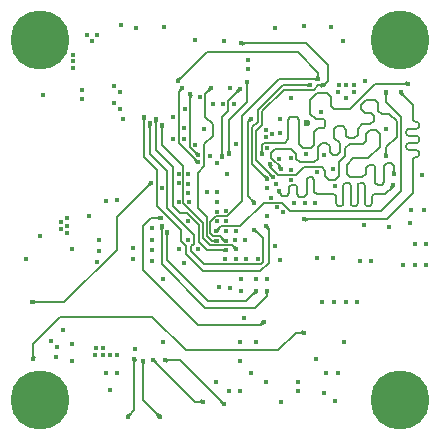
<source format=gbr>
%TF.GenerationSoftware,KiCad,Pcbnew,8.0.7*%
%TF.CreationDate,2025-02-13T13:50:40+08:00*%
%TF.ProjectId,NewSkyH7-Air,4e657753-6b79-4483-972d-4169722e6b69,rev?*%
%TF.SameCoordinates,Original*%
%TF.FileFunction,Copper,L3,Inr*%
%TF.FilePolarity,Positive*%
%FSLAX46Y46*%
G04 Gerber Fmt 4.6, Leading zero omitted, Abs format (unit mm)*
G04 Created by KiCad (PCBNEW 8.0.7) date 2025-02-13 13:50:40*
%MOMM*%
%LPD*%
G01*
G04 APERTURE LIST*
%TA.AperFunction,ComponentPad*%
%ADD10C,5.000000*%
%TD*%
%TA.AperFunction,ViaPad*%
%ADD11C,0.400000*%
%TD*%
%TA.AperFunction,ViaPad*%
%ADD12C,0.600000*%
%TD*%
%TA.AperFunction,Conductor*%
%ADD13C,0.142500*%
%TD*%
G04 APERTURE END LIST*
D10*
%TO.N,*%
%TO.C,J1*%
X128455000Y-66305000D03*
X128455000Y-96805000D03*
X158955000Y-66305000D03*
X158955000Y-96805000D03*
%TD*%
D11*
%TO.N,GND*%
X149675000Y-71215000D03*
X135005000Y-79910000D03*
X160760000Y-77750000D03*
X137935000Y-82265000D03*
X145920000Y-84840000D03*
X154155000Y-91902000D03*
X161005000Y-80710000D03*
X143410000Y-80890000D03*
X154350000Y-88520000D03*
X128703500Y-70970000D03*
X148767500Y-73035000D03*
X145070000Y-75120000D03*
X149945000Y-80120000D03*
X131995000Y-70560000D03*
X136472500Y-92455000D03*
X138880000Y-91865000D03*
D12*
X151090000Y-73380000D03*
D11*
X133455000Y-83265000D03*
X143390000Y-95270000D03*
X152700000Y-94560000D03*
X143590000Y-87280000D03*
X135010000Y-94560000D03*
X147628000Y-95260000D03*
X135270000Y-65080000D03*
X158030000Y-82140000D03*
X155540000Y-85000000D03*
X157752500Y-73830000D03*
X144150000Y-84890000D03*
X140660000Y-85235000D03*
X128457500Y-82932500D03*
X144870000Y-71720000D03*
X131155000Y-93510000D03*
X141605000Y-75230000D03*
X132603500Y-81210000D03*
X145035000Y-82475000D03*
X155925000Y-82025000D03*
X143420000Y-81690000D03*
X144500000Y-70370000D03*
X131995000Y-71330000D03*
X145730000Y-89840000D03*
X131155000Y-92050000D03*
X138880000Y-86545000D03*
X135445000Y-73020000D03*
X145400000Y-93470000D03*
X133260000Y-85110000D03*
X152370000Y-88510000D03*
X159225000Y-85405000D03*
%TO.N,Net-(C4-Pad1)*%
X142620000Y-79230000D03*
%TO.N,Net-(C5-Pad1)*%
X143460000Y-79230000D03*
%TO.N,+3V3*%
X144190000Y-80830000D03*
X155040000Y-70125000D03*
X144260000Y-77645000D03*
X153770000Y-70125000D03*
X154375000Y-70125000D03*
X141845000Y-84040000D03*
X149675000Y-76330000D03*
X146880000Y-84880000D03*
X155310000Y-88520000D03*
X144220000Y-82470000D03*
X150820000Y-91100000D03*
X145495000Y-87560000D03*
X156500000Y-85000000D03*
X153330000Y-88510000D03*
X159820000Y-81805000D03*
X155970000Y-69780000D03*
X137935000Y-85070000D03*
X140240000Y-84000000D03*
X144520000Y-87320000D03*
X127900000Y-93360000D03*
X161150000Y-85405000D03*
X153725000Y-70755000D03*
X161137500Y-83620000D03*
X155030000Y-70755000D03*
X139685000Y-74690000D03*
X144210000Y-81660000D03*
X154365000Y-71210000D03*
%TO.N,Net-(U1C-VDDA)*%
X145050000Y-84880000D03*
%TO.N,VCC*%
X132430000Y-65930000D03*
X135205000Y-70710000D03*
X133270000Y-65940000D03*
X132840000Y-66430000D03*
X129860000Y-92330000D03*
X129370000Y-91800000D03*
X134730000Y-70190000D03*
X134075000Y-79940000D03*
X146100000Y-68010000D03*
X135200000Y-72180000D03*
X146060000Y-68770000D03*
X129825000Y-93195000D03*
X134720000Y-71660000D03*
X131155000Y-83995000D03*
X130360000Y-90845000D03*
%TO.N,+5V*%
X130725000Y-81435000D03*
X130725000Y-82680000D03*
X131280000Y-68145000D03*
X150320000Y-96010000D03*
X134365000Y-95955000D03*
X130725000Y-82057500D03*
X148767500Y-74170000D03*
X130215000Y-82370000D03*
X134010000Y-94560000D03*
X153700000Y-94560000D03*
X130215000Y-81755000D03*
X131280000Y-68730000D03*
X131280000Y-67560000D03*
X150310000Y-95260000D03*
X148085000Y-74315000D03*
X147600000Y-73965000D03*
X147600000Y-74580000D03*
X152280000Y-72460000D03*
%TO.N,+12V*%
X133160000Y-92395000D03*
X145420000Y-96010000D03*
X133770000Y-93015000D03*
X146355000Y-94560000D03*
X133140000Y-93015000D03*
X134975000Y-93015000D03*
X133790000Y-92395000D03*
X144470000Y-96010000D03*
X127250000Y-84865000D03*
X134345000Y-93015000D03*
%TO.N,/Plug/OSD-IN*%
X151790000Y-93300000D03*
X152460000Y-96190000D03*
%TO.N,Net-(D4-K)*%
X160180000Y-85405000D03*
%TO.N,Net-(D9-K)*%
X160167500Y-83620000D03*
%TO.N,/IMU.icm42688_EXIT*%
X150975000Y-75965000D03*
X148025000Y-79675000D03*
%TO.N,/IMU.icm42688_MISO*%
X152502885Y-76057115D03*
X148680000Y-76400000D03*
%TO.N,/IMU.icm42688_MOSI*%
X147635000Y-75500000D03*
X153275000Y-77220000D03*
%TO.N,/IMU.icm42688_CLK*%
X148425000Y-78515000D03*
X151870000Y-77480000D03*
%TO.N,/IMU.icm42688_CS*%
X147695000Y-78885000D03*
X153390000Y-78670000D03*
%TO.N,/BMI088.EXIT_GYRO*%
X136345000Y-83905000D03*
X141010000Y-83280000D03*
%TO.N,/BMI088.CS_ACCEL*%
X138790000Y-78870000D03*
X136325000Y-84905000D03*
%TO.N,/QSPI.BK1_IO0*%
X147232150Y-76015000D03*
X159640000Y-70020000D03*
%TO.N,SWDIO*%
X140190000Y-77660000D03*
%TO.N,/QSPI.BK1_IO2*%
X147968540Y-76800690D03*
X158410000Y-77710000D03*
%TO.N,/QSPI.BK1_IO1*%
X157760000Y-76190000D03*
X148820000Y-77260000D03*
%TO.N,/QSPI.BK1_CLK*%
X150815000Y-81520000D03*
X158980000Y-70725000D03*
%TO.N,ADC_CUL*%
X144175000Y-83330000D03*
X140150000Y-69770000D03*
X152020000Y-69650000D03*
%TO.N,SWCLK*%
X140180000Y-78400000D03*
%TO.N,/PWM_Control2*%
X138950000Y-65250000D03*
%TO.N,/PWM_Control3*%
X141550000Y-66360000D03*
%TO.N,/PWM_Control4*%
X144000000Y-66380000D03*
%TO.N,/PWM_Control1*%
X136620000Y-65280000D03*
%TO.N,/Plug/OSD-OUT*%
X153430000Y-96920000D03*
X148890000Y-96940000D03*
%TO.N,/USART.TX6*%
X144430000Y-75980000D03*
X145990000Y-69870000D03*
%TO.N,/USART.RX6*%
X143870000Y-76230000D03*
X145410000Y-70460000D03*
%TO.N,/USART.TX3*%
X147665000Y-78070000D03*
X151340000Y-70120000D03*
%TO.N,/USART.RX3*%
X152440000Y-70170000D03*
X145490000Y-66620000D03*
X148212835Y-77962165D03*
%TO.N,/PWM_Control5*%
X148370000Y-65270000D03*
%TO.N,/PWM_Control6*%
X150770000Y-65180000D03*
%TO.N,/PWM_Control7*%
X153120000Y-65190000D03*
%TO.N,/PWM_Control8*%
X154100000Y-66430000D03*
%TO.N,/USART.TX1*%
X140510000Y-70380000D03*
X141799615Y-76660385D03*
%TO.N,/USART.RX1*%
X141830000Y-76060000D03*
X141190000Y-70890000D03*
%TO.N,/USART.TX2*%
X140210000Y-80060000D03*
X144025000Y-97155000D03*
X139020000Y-93460000D03*
%TO.N,/USART.RX2*%
X141090000Y-80080000D03*
X142280000Y-96940000D03*
X138030000Y-93390000D03*
%TO.N,/USART.TX4*%
X140980000Y-79240000D03*
X138590000Y-98220000D03*
X137170000Y-93500000D03*
%TO.N,/USART.RX4*%
X136450000Y-93300000D03*
X141010000Y-78490000D03*
X135890000Y-98220000D03*
%TO.N,/BOOT0*%
X137850000Y-78430000D03*
X127775000Y-88535000D03*
X141019524Y-81637150D03*
%TO.N,Net-(U1B-PDR_ON)*%
X143460000Y-80050000D03*
%TO.N,VCC_Voltage*%
X143430000Y-83320000D03*
X142950000Y-70410000D03*
%TO.N,/QSPI.BK1_NCS*%
X158350000Y-78620000D03*
X148675000Y-79100000D03*
%TO.N,/PA0*%
X138255000Y-73005000D03*
X144240000Y-84085000D03*
%TO.N,/PB0*%
X137745000Y-73385000D03*
X146560000Y-82385000D03*
%TO.N,/PA1*%
X138765000Y-73535000D03*
X145050000Y-84035000D03*
%TO.N,/PA2*%
X148800000Y-84925000D03*
%TO.N,/Device/ICM42688-VDD*%
X150905000Y-80120000D03*
X149675000Y-78185000D03*
X149675000Y-77300000D03*
X151775000Y-80120000D03*
%TO.N,/Magnetometer.SDA*%
X142020000Y-71140000D03*
X143460000Y-76760000D03*
%TO.N,/PB1*%
X137245000Y-72865000D03*
X147570000Y-82080000D03*
%TO.N,/Magnetometer.SCL*%
X140700000Y-72190000D03*
X142870000Y-76110000D03*
%TO.N,/PE11*%
X146330000Y-73010000D03*
X146610000Y-80085000D03*
%TO.N,/OSD.OSD_CS*%
X144975000Y-83220000D03*
X153260000Y-84820000D03*
%TO.N,/Device/IST8310-VDD*%
X143910000Y-71720000D03*
X143060000Y-71710000D03*
X139680000Y-72860000D03*
X140655000Y-74690000D03*
X140680000Y-73750000D03*
%TO.N,/PE14*%
X149005000Y-80885000D03*
%TO.N,/Magnetometer.INT*%
X142370000Y-73870000D03*
X141000000Y-77640000D03*
%TO.N,/PE9*%
X147705000Y-81270000D03*
%TO.N,/OSD.OSD_CLK*%
X151927500Y-84812500D03*
X145795000Y-83235000D03*
%TO.N,/PE13*%
X148525000Y-80460000D03*
%TO.N,/Device/BMI008-VDD*%
X133457500Y-84227500D03*
X137935000Y-84100000D03*
X137935000Y-83225000D03*
%TO.N,/Device/DPS310-VDD*%
X146735000Y-86585000D03*
X147675000Y-86575000D03*
X145495000Y-86590000D03*
X145405000Y-91925000D03*
X146735000Y-91925000D03*
%TO.N,/QSPI.BK1_IO3*%
X143382150Y-82502850D03*
X157745000Y-70745000D03*
%TO.N,/Barometer.SDA*%
X139205000Y-82605000D03*
X146735000Y-87605000D03*
%TO.N,/Barometer.SCL*%
X138770000Y-82115000D03*
X147675000Y-87595000D03*
%TO.N,/Barometer.INT*%
X147395000Y-90210000D03*
X138700000Y-81410000D03*
%TO.N,/PA3*%
X148325000Y-83730000D03*
%TO.N,Net-(LED1-DI)*%
X159860000Y-80710000D03*
%TD*%
D13*
%TO.N,+3V3*%
X148610000Y-92610000D02*
X150120000Y-91100000D01*
X137930000Y-89760000D02*
X140780000Y-92610000D01*
X127900000Y-93360000D02*
X127900000Y-92030000D01*
X127900000Y-92030000D02*
X130170000Y-89760000D01*
X130170000Y-89760000D02*
X137930000Y-89760000D01*
X150120000Y-91100000D02*
X150820000Y-91100000D01*
X140780000Y-92610000D02*
X148610000Y-92610000D01*
%TO.N,/QSPI.BK1_IO0*%
X149450000Y-74740000D02*
X149450000Y-73070000D01*
X149640000Y-72880000D02*
X150210000Y-72880000D01*
X154690000Y-72130000D02*
X156800000Y-70020000D01*
X156800000Y-70020000D02*
X159640000Y-70020000D01*
X150390000Y-75140000D02*
X150730000Y-75480000D01*
X152730000Y-70800000D02*
X153120000Y-71190000D01*
X147232150Y-76015000D02*
X147232150Y-75197850D01*
X150210000Y-72880000D02*
X150390000Y-73060000D01*
X151350000Y-72600000D02*
X151350000Y-71370000D01*
X153120000Y-71190000D02*
X153120000Y-71890000D01*
X150390000Y-73060000D02*
X150390000Y-75140000D01*
X149450000Y-73070000D02*
X149640000Y-72880000D01*
X151950000Y-73770000D02*
X152460000Y-73770000D01*
X149170000Y-75020000D02*
X149450000Y-74740000D01*
X151920000Y-70800000D02*
X152730000Y-70800000D01*
X151610000Y-74110000D02*
X151950000Y-73770000D01*
X152460000Y-73770000D02*
X152610000Y-73620000D01*
X152610000Y-73620000D02*
X152610000Y-73180000D01*
X147410000Y-75020000D02*
X149170000Y-75020000D01*
X147232150Y-75197850D02*
X147410000Y-75020000D01*
X153120000Y-71890000D02*
X153360000Y-72130000D01*
X153360000Y-72130000D02*
X154690000Y-72130000D01*
X151350000Y-71370000D02*
X151920000Y-70800000D01*
X151780000Y-73030000D02*
X151350000Y-72600000D01*
X151610000Y-75240000D02*
X151610000Y-74110000D01*
X151370000Y-75480000D02*
X151610000Y-75240000D01*
X150730000Y-75480000D02*
X151370000Y-75480000D01*
X152460000Y-73030000D02*
X151780000Y-73030000D01*
X152610000Y-73180000D02*
X152460000Y-73030000D01*
%TO.N,/QSPI.BK1_IO2*%
X148640000Y-77760000D02*
X150120000Y-77760000D01*
X154410000Y-76900000D02*
X154410000Y-77640000D01*
X154660000Y-75130000D02*
X155820000Y-75130000D01*
X150120000Y-77760000D02*
X150780000Y-77100000D01*
X157390000Y-78610000D02*
X157610000Y-78390000D01*
X152600000Y-77400000D02*
X152600000Y-77850000D01*
X152300000Y-77100000D02*
X152600000Y-77400000D01*
X154280000Y-76170000D02*
X154280000Y-75510000D01*
X156040000Y-74910000D02*
X156040000Y-74290000D01*
X156910000Y-73950000D02*
X157220000Y-74260000D01*
X153780000Y-77800000D02*
X153780000Y-76670000D01*
X156030000Y-77160000D02*
X156280000Y-76910000D01*
X157030000Y-78610000D02*
X157390000Y-78610000D01*
X157220000Y-75370000D02*
X156240000Y-76350000D01*
X153780000Y-76670000D02*
X154280000Y-76170000D01*
X158410000Y-76980000D02*
X158410000Y-77710000D01*
X156690000Y-76910000D02*
X156830000Y-77050000D01*
X154410000Y-77640000D02*
X154700000Y-77930000D01*
X157610000Y-77000000D02*
X157840000Y-76770000D01*
X156040000Y-74290000D02*
X156380000Y-73950000D01*
X157610000Y-78390000D02*
X157610000Y-77000000D01*
X155750000Y-77930000D02*
X156030000Y-77650000D01*
X150780000Y-77100000D02*
X152300000Y-77100000D01*
X156830000Y-77050000D02*
X156830000Y-78410000D01*
X152920000Y-78170000D02*
X153410000Y-78170000D01*
X153410000Y-78170000D02*
X153780000Y-77800000D01*
X156280000Y-76910000D02*
X156690000Y-76910000D01*
X152600000Y-77850000D02*
X152920000Y-78170000D01*
X147968540Y-77088540D02*
X148640000Y-77760000D01*
X158200000Y-76770000D02*
X158410000Y-76980000D01*
X156030000Y-77650000D02*
X156030000Y-77160000D01*
X154700000Y-77930000D02*
X155750000Y-77930000D01*
X156830000Y-78410000D02*
X157030000Y-78610000D01*
X154280000Y-75510000D02*
X154660000Y-75130000D01*
X147968540Y-76800690D02*
X147968540Y-77088540D01*
X157840000Y-76770000D02*
X158200000Y-76770000D01*
X154960000Y-76350000D02*
X154410000Y-76900000D01*
X157220000Y-74260000D02*
X157220000Y-75370000D01*
X155820000Y-75130000D02*
X156040000Y-74910000D01*
X156240000Y-76350000D02*
X154960000Y-76350000D01*
X156380000Y-73950000D02*
X156910000Y-73950000D01*
%TO.N,/QSPI.BK1_IO1*%
X155060000Y-74660000D02*
X154600000Y-74660000D01*
X149720000Y-75560000D02*
X148390000Y-75560000D01*
X148820000Y-77095000D02*
X148820000Y-77260000D01*
X153370000Y-73880000D02*
X153370000Y-74590000D01*
X158640000Y-74500000D02*
X158640000Y-73210000D01*
X156710000Y-73150000D02*
X156430000Y-73430000D01*
X153570000Y-76040000D02*
X153250000Y-76040000D01*
X151660000Y-76690000D02*
X150440000Y-76690000D01*
X150440000Y-76690000D02*
X150170000Y-76420000D01*
X153600000Y-73650000D02*
X153370000Y-73880000D01*
X148390000Y-75560000D02*
X148030000Y-75920000D01*
X156780000Y-71390000D02*
X156070000Y-71390000D01*
X157380000Y-72590000D02*
X157090000Y-72300000D01*
X155360000Y-74360000D02*
X155060000Y-74660000D01*
X156710000Y-72770000D02*
X156710000Y-73150000D01*
X155750000Y-73430000D02*
X155360000Y-73820000D01*
X153830000Y-75780000D02*
X153570000Y-76040000D01*
X158640000Y-73210000D02*
X158020000Y-72590000D01*
X151970000Y-75400000D02*
X151970000Y-76380000D01*
X152320000Y-75050000D02*
X151970000Y-75400000D01*
X155660000Y-72200000D02*
X155970000Y-72510000D01*
X155360000Y-73820000D02*
X155360000Y-74360000D01*
X154600000Y-74660000D02*
X154360000Y-74420000D01*
X157760000Y-76190000D02*
X157760000Y-75380000D01*
X153830000Y-75050000D02*
X153830000Y-75780000D01*
X153000000Y-75790000D02*
X153000000Y-75340000D01*
X150170000Y-76010000D02*
X149720000Y-75560000D01*
X148030000Y-76305000D02*
X148820000Y-77095000D01*
X156430000Y-73430000D02*
X155750000Y-73430000D01*
X152710000Y-75050000D02*
X152320000Y-75050000D01*
X153370000Y-74590000D02*
X153830000Y-75050000D01*
X156070000Y-71390000D02*
X155660000Y-71800000D01*
X153250000Y-76040000D02*
X153000000Y-75790000D01*
X157090000Y-71700000D02*
X156780000Y-71390000D01*
X155660000Y-71800000D02*
X155660000Y-72200000D01*
X157090000Y-72300000D02*
X157090000Y-71700000D01*
X151970000Y-76380000D02*
X151660000Y-76690000D01*
X148030000Y-75920000D02*
X148030000Y-76305000D01*
X158020000Y-72590000D02*
X157380000Y-72590000D01*
X156450000Y-72510000D02*
X156710000Y-72770000D01*
X154360000Y-73910000D02*
X154100000Y-73650000D01*
X153000000Y-75340000D02*
X152710000Y-75050000D01*
X154360000Y-74420000D02*
X154360000Y-73910000D01*
X157760000Y-75380000D02*
X158640000Y-74500000D01*
X150170000Y-76420000D02*
X150170000Y-76010000D01*
X154100000Y-73650000D02*
X153600000Y-73650000D01*
X155970000Y-72510000D02*
X156450000Y-72510000D01*
%TO.N,/QSPI.BK1_CLK*%
X159698159Y-75649757D02*
X160321841Y-75649757D01*
X160561829Y-73489757D02*
X160561829Y-73609757D01*
X160321841Y-76249757D02*
X160250000Y-76249757D01*
X159458159Y-75289757D02*
X159458159Y-75409757D01*
X160010000Y-76489757D02*
X160010000Y-79310000D01*
X159698171Y-73849757D02*
X160321829Y-73849757D01*
X160561841Y-75889757D02*
X160561841Y-76009757D01*
X159698159Y-75049757D02*
X160321829Y-75049757D01*
X159698171Y-74449757D02*
X160321829Y-74449757D01*
X160010000Y-79310000D02*
X157800000Y-81520000D01*
X160010000Y-71870000D02*
X160010000Y-73009757D01*
X158980000Y-70725000D02*
X158980000Y-70840000D01*
X160561829Y-74689757D02*
X160561829Y-74809757D01*
X160250000Y-73249757D02*
X160321829Y-73249757D01*
X157800000Y-81520000D02*
X150815000Y-81520000D01*
X158980000Y-70840000D02*
X160010000Y-71870000D01*
X159458171Y-74089757D02*
X159458171Y-74209757D01*
X160321829Y-73249757D02*
G75*
G02*
X160561843Y-73489757I-29J-240043D01*
G01*
X160321829Y-74449757D02*
G75*
G02*
X160561843Y-74689757I-29J-240043D01*
G01*
X159698159Y-75049757D02*
G75*
G03*
X159458157Y-75289757I41J-240043D01*
G01*
X160321841Y-75649757D02*
G75*
G02*
X160561843Y-75889757I-41J-240043D01*
G01*
X159458171Y-74209757D02*
G75*
G03*
X159698171Y-74449829I240029J-43D01*
G01*
X159698171Y-73849757D02*
G75*
G03*
X159458157Y-74089757I29J-240043D01*
G01*
X159458159Y-75409757D02*
G75*
G03*
X159698159Y-75649841I240041J-43D01*
G01*
X160561829Y-74809757D02*
G75*
G02*
X160321829Y-75049829I-240029J-43D01*
G01*
X160250000Y-76249757D02*
G75*
G03*
X160009957Y-76489757I0J-240043D01*
G01*
X160561841Y-76009757D02*
G75*
G02*
X160321841Y-76249841I-240041J-43D01*
G01*
X160010000Y-73009757D02*
G75*
G03*
X160250000Y-73249800I240000J-43D01*
G01*
X160561829Y-73609757D02*
G75*
G02*
X160321829Y-73849829I-240029J-43D01*
G01*
%TO.N,ADC_CUL*%
X142570000Y-67350000D02*
X150280000Y-67350000D01*
X144289229Y-81250000D02*
X144190000Y-81250000D01*
X150280000Y-67350000D02*
X152020000Y-69090000D01*
X143690000Y-82940000D02*
X144080000Y-83330000D01*
X143130000Y-82940000D02*
X143690000Y-82940000D01*
X144190000Y-81250000D02*
X144182850Y-81257150D01*
X145590000Y-79949229D02*
X144289229Y-81250000D01*
X143333621Y-81257150D02*
X142880000Y-81710771D01*
X142880000Y-82690000D02*
X143130000Y-82940000D01*
X145590000Y-72760000D02*
X145590000Y-79949229D01*
X144080000Y-83330000D02*
X144175000Y-83330000D01*
X152020000Y-69650000D02*
X148700000Y-69650000D01*
X152020000Y-69090000D02*
X152020000Y-69650000D01*
X142880000Y-81710771D02*
X142880000Y-82690000D01*
X140150000Y-69770000D02*
X142570000Y-67350000D01*
X144182850Y-81257150D02*
X143333621Y-81257150D01*
X148700000Y-69650000D02*
X145590000Y-72760000D01*
%TO.N,/USART.TX6*%
X144430000Y-75980000D02*
X144430000Y-73140000D01*
X145990000Y-71580000D02*
X145990000Y-69870000D01*
X144430000Y-73140000D02*
X145990000Y-71580000D01*
%TO.N,/USART.RX6*%
X144370000Y-72320000D02*
X143870000Y-72820000D01*
X145410000Y-70460000D02*
X144370000Y-71500000D01*
X143870000Y-72820000D02*
X143870000Y-76230000D01*
X144370000Y-71500000D02*
X144370000Y-72320000D01*
%TO.N,/USART.TX3*%
X146430000Y-73720000D02*
X146890000Y-73260000D01*
X149040000Y-70120000D02*
X151340000Y-70120000D01*
X146890000Y-73260000D02*
X146890000Y-72270000D01*
X146430000Y-76835000D02*
X146430000Y-73720000D01*
X146890000Y-72270000D02*
X149040000Y-70120000D01*
X147665000Y-78070000D02*
X146430000Y-76835000D01*
%TO.N,/USART.RX3*%
X149130000Y-70520000D02*
X147290000Y-72360000D01*
X152440000Y-70170000D02*
X152810000Y-69800000D01*
X152810000Y-69800000D02*
X152810000Y-68460000D01*
X146770000Y-74010000D02*
X146770000Y-76519330D01*
X152440000Y-70170000D02*
X151970000Y-70170000D01*
X150970000Y-66620000D02*
X152810000Y-68460000D01*
X145490000Y-66620000D02*
X150970000Y-66620000D01*
X146770000Y-76519330D02*
X148212835Y-77962165D01*
X151620000Y-70520000D02*
X149130000Y-70520000D01*
X151970000Y-70170000D02*
X151620000Y-70520000D01*
X147290000Y-72360000D02*
X147290000Y-73490000D01*
X147290000Y-73490000D02*
X146770000Y-74010000D01*
%TO.N,/USART.TX1*%
X140510000Y-70380000D02*
X140180000Y-70710000D01*
X140180000Y-75040770D02*
X141799615Y-76660385D01*
X140180000Y-70710000D02*
X140180000Y-75040770D01*
%TO.N,/USART.RX1*%
X141190000Y-75420000D02*
X141190000Y-70890000D01*
X141830000Y-76060000D02*
X141190000Y-75420000D01*
%TO.N,/USART.TX2*%
X139020000Y-93460000D02*
X140300000Y-93460000D01*
X140300000Y-93460000D02*
X143995000Y-97155000D01*
X143995000Y-97155000D02*
X144025000Y-97155000D01*
%TO.N,/USART.RX2*%
X141550000Y-96940000D02*
X142280000Y-96940000D01*
X138030000Y-93420000D02*
X141550000Y-96940000D01*
X138030000Y-93390000D02*
X138030000Y-93420000D01*
%TO.N,/USART.TX4*%
X137170000Y-93500000D02*
X137170000Y-96800000D01*
X137170000Y-96800000D02*
X138590000Y-98220000D01*
%TO.N,/USART.RX4*%
X135890000Y-98220000D02*
X136450000Y-97660000D01*
X136450000Y-97660000D02*
X136450000Y-93300000D01*
%TO.N,/BOOT0*%
X130495000Y-88535000D02*
X127775000Y-88535000D01*
X137850000Y-78430000D02*
X134950000Y-81330000D01*
X134950000Y-84080000D02*
X130495000Y-88535000D01*
X134950000Y-81330000D02*
X134950000Y-84080000D01*
%TO.N,VCC_Voltage*%
X142430000Y-70930000D02*
X142950000Y-70410000D01*
X142590000Y-82920000D02*
X142590000Y-81350000D01*
X142370000Y-75160000D02*
X143090000Y-74440000D01*
X141800000Y-77600000D02*
X142370000Y-77030000D01*
X142430000Y-72810000D02*
X142430000Y-70930000D01*
X142370000Y-77030000D02*
X142370000Y-75160000D01*
X143430000Y-83320000D02*
X142990000Y-83320000D01*
X142990000Y-83320000D02*
X142590000Y-82920000D01*
X142590000Y-81350000D02*
X141800000Y-80560000D01*
X143090000Y-74440000D02*
X143090000Y-73470000D01*
X143090000Y-73470000D02*
X142430000Y-72810000D01*
X141800000Y-80560000D02*
X141800000Y-77600000D01*
%TO.N,/QSPI.BK1_NCS*%
X151500000Y-77960000D02*
X151190000Y-77960000D01*
X153544213Y-80160000D02*
X153544213Y-79640000D01*
X148950000Y-79500000D02*
X148675000Y-79225000D01*
X155344213Y-78640000D02*
X155344213Y-80160000D01*
X151890000Y-79400000D02*
X153304213Y-79400000D01*
X151020000Y-78130000D02*
X151020000Y-79390000D01*
X156544213Y-79640000D02*
X156544213Y-80160000D01*
X151020000Y-79390000D02*
X150820000Y-79590000D01*
X154744213Y-80160000D02*
X154744213Y-78640000D01*
X153904213Y-80400000D02*
X153784213Y-80400000D01*
X149550000Y-78770000D02*
X149550000Y-79310000D01*
X155944213Y-80160000D02*
X155944213Y-78640000D01*
X154144213Y-78640000D02*
X154144213Y-80160000D01*
X158350000Y-78620000D02*
X158350000Y-78750000D01*
X154504213Y-78400000D02*
X154384213Y-78400000D01*
X156304213Y-80400000D02*
X156184213Y-80400000D01*
X150090000Y-78610000D02*
X149710000Y-78610000D01*
X150820000Y-79590000D02*
X150420000Y-79590000D01*
X157700000Y-79400000D02*
X156784213Y-79400000D01*
X149710000Y-78610000D02*
X149550000Y-78770000D01*
X150220000Y-78740000D02*
X150090000Y-78610000D01*
X151690000Y-79200000D02*
X151690000Y-78150000D01*
X155704213Y-78400000D02*
X155584213Y-78400000D01*
X149550000Y-79310000D02*
X149360000Y-79500000D01*
X158350000Y-78750000D02*
X157700000Y-79400000D01*
X148675000Y-79225000D02*
X148675000Y-79100000D01*
X150420000Y-79590000D02*
X150220000Y-79390000D01*
X151690000Y-78150000D02*
X151500000Y-77960000D01*
X150220000Y-79390000D02*
X150220000Y-78740000D01*
X151890000Y-79400000D02*
X151690000Y-79200000D01*
X155104213Y-80400000D02*
X154984213Y-80400000D01*
X151190000Y-77960000D02*
X151020000Y-78130000D01*
X149360000Y-79500000D02*
X148950000Y-79500000D01*
X154744213Y-78640000D02*
G75*
G03*
X154504213Y-78399987I-240013J0D01*
G01*
X155944213Y-78640000D02*
G75*
G03*
X155704213Y-78399987I-240013J0D01*
G01*
X156544213Y-80160000D02*
G75*
G02*
X156304213Y-80400013I-240013J0D01*
G01*
X153784213Y-80400000D02*
G75*
G02*
X153544200Y-80160000I-13J240000D01*
G01*
X154984213Y-80400000D02*
G75*
G02*
X154744200Y-80160000I-13J240000D01*
G01*
X153544213Y-79640000D02*
G75*
G03*
X153304213Y-79399987I-240013J0D01*
G01*
X156184213Y-80400000D02*
G75*
G02*
X155944200Y-80160000I-13J240000D01*
G01*
X154384213Y-78400000D02*
G75*
G03*
X154144200Y-78640000I-13J-240000D01*
G01*
X155344213Y-80160000D02*
G75*
G02*
X155104213Y-80400013I-240013J0D01*
G01*
X156784213Y-79400000D02*
G75*
G03*
X156544200Y-79640000I-13J-240000D01*
G01*
X154144213Y-80160000D02*
G75*
G02*
X153904213Y-80400013I-240013J0D01*
G01*
X155584213Y-78400000D02*
G75*
G03*
X155344200Y-78640000I-13J-240000D01*
G01*
%TO.N,/PA0*%
X141920000Y-81980000D02*
X141920000Y-83400000D01*
X138255000Y-73005000D02*
X138255000Y-75615000D01*
X140920000Y-80980000D02*
X141920000Y-81980000D01*
X140280000Y-80980000D02*
X140920000Y-80980000D01*
X139710000Y-80410000D02*
X140280000Y-80980000D01*
X138255000Y-75615000D02*
X139710000Y-77070000D01*
X142605000Y-84085000D02*
X144240000Y-84085000D01*
X141920000Y-83400000D02*
X142605000Y-84085000D01*
X139710000Y-77070000D02*
X139710000Y-80410000D01*
%TO.N,/PB0*%
X147350000Y-83110000D02*
X147350000Y-85160000D01*
X146560000Y-82385000D02*
X146625000Y-82385000D01*
X147350000Y-85160000D02*
X147182850Y-85327150D01*
X141280000Y-83810000D02*
X141510000Y-83580000D01*
X147182850Y-85327150D02*
X142377150Y-85327150D01*
X142377150Y-85327150D02*
X141280000Y-84230000D01*
X141510000Y-83580000D02*
X141510000Y-82830000D01*
X141510000Y-82830000D02*
X139200000Y-80520000D01*
X137745000Y-75945000D02*
X137745000Y-73385000D01*
X146625000Y-82385000D02*
X147350000Y-83110000D01*
X139200000Y-80520000D02*
X139200000Y-77400000D01*
X139200000Y-77400000D02*
X137745000Y-75945000D01*
X141280000Y-84230000D02*
X141280000Y-83810000D01*
%TO.N,/PA1*%
X142230000Y-83075000D02*
X142230000Y-81780000D01*
X142230000Y-81780000D02*
X140600000Y-80150000D01*
X138765000Y-75175000D02*
X138765000Y-73535000D01*
X144732850Y-83717850D02*
X142872850Y-83717850D01*
X145050000Y-84035000D02*
X144732850Y-83717850D01*
X140600000Y-80150000D02*
X140600000Y-77010000D01*
X142872850Y-83717850D02*
X142230000Y-83075000D01*
X140600000Y-77010000D02*
X138765000Y-75175000D01*
%TO.N,/PB1*%
X147860000Y-82370000D02*
X147860000Y-85180000D01*
X140800000Y-83780000D02*
X140360000Y-83340000D01*
X137245000Y-76255000D02*
X137245000Y-72865000D01*
X138320000Y-80340000D02*
X138320000Y-77330000D01*
X147570000Y-82080000D02*
X147860000Y-82370000D01*
X147860000Y-85180000D02*
X147120000Y-85920000D01*
X138320000Y-77330000D02*
X137245000Y-76255000D01*
X140360000Y-82380000D02*
X138320000Y-80340000D01*
X142280000Y-85920000D02*
X140800000Y-84440000D01*
X147120000Y-85920000D02*
X142280000Y-85920000D01*
X140800000Y-84440000D02*
X140800000Y-83780000D01*
X140360000Y-83340000D02*
X140360000Y-82380000D01*
%TO.N,/PE11*%
X146050000Y-73290000D02*
X146330000Y-73010000D01*
X146610000Y-80085000D02*
X146050000Y-79525000D01*
X146050000Y-79525000D02*
X146050000Y-73290000D01*
%TO.N,/QSPI.BK1_IO3*%
X143382150Y-82502850D02*
X143782150Y-82102850D01*
X157745000Y-71555000D02*
X157745000Y-70745000D01*
X147392850Y-80092850D02*
X148902850Y-80092850D01*
X148902850Y-80092850D02*
X149640000Y-80830000D01*
X159060000Y-79070000D02*
X159060000Y-72870000D01*
X157300000Y-80830000D02*
X159060000Y-79070000D01*
X145382850Y-82102850D02*
X147392850Y-80092850D01*
X159060000Y-72870000D02*
X157745000Y-71555000D01*
X149640000Y-80830000D02*
X157300000Y-80830000D01*
X143782150Y-82102850D02*
X145382850Y-82102850D01*
%TO.N,/Barometer.SDA*%
X139205000Y-82605000D02*
X139205000Y-84955000D01*
X145885000Y-88455000D02*
X146735000Y-87605000D01*
X142705000Y-88455000D02*
X145885000Y-88455000D01*
X139205000Y-84955000D02*
X142705000Y-88455000D01*
%TO.N,/Barometer.SCL*%
X142445000Y-88985000D02*
X138755000Y-85295000D01*
X146655000Y-88985000D02*
X142445000Y-88985000D01*
X147675000Y-87595000D02*
X147675000Y-87965000D01*
X138755000Y-82130000D02*
X138770000Y-82115000D01*
X147675000Y-87965000D02*
X146655000Y-88985000D01*
X138755000Y-85295000D02*
X138755000Y-82130000D01*
%TO.N,/Barometer.INT*%
X141865000Y-90495000D02*
X137160000Y-85790000D01*
X137160000Y-82065000D02*
X137815000Y-81410000D01*
X137815000Y-81410000D02*
X138700000Y-81410000D01*
X137160000Y-85790000D02*
X137160000Y-82065000D01*
X147110000Y-90495000D02*
X141865000Y-90495000D01*
X147395000Y-90210000D02*
X147110000Y-90495000D01*
%TD*%
%TA.AperFunction,Conductor*%
%TO.N,/USART.RX1*%
G36*
X141605014Y-75730367D02*
G01*
X141896603Y-75870451D01*
X141902576Y-75877122D01*
X141902366Y-75885425D01*
X141832564Y-76056162D01*
X141826261Y-76062523D01*
X141826162Y-76062564D01*
X141655425Y-76132366D01*
X141646470Y-76132325D01*
X141640452Y-76126603D01*
X141500367Y-75835014D01*
X141499874Y-75826073D01*
X141502639Y-75821677D01*
X141591676Y-75732640D01*
X141599948Y-75729214D01*
X141605014Y-75730367D01*
G37*
%TD.AperFunction*%
%TD*%
%TA.AperFunction,Conductor*%
%TO.N,/USART.TX1*%
G36*
X141574629Y-76330752D02*
G01*
X141866218Y-76470836D01*
X141872191Y-76477507D01*
X141871981Y-76485810D01*
X141802179Y-76656547D01*
X141795876Y-76662908D01*
X141795777Y-76662949D01*
X141625040Y-76732751D01*
X141616085Y-76732710D01*
X141610067Y-76726988D01*
X141469982Y-76435399D01*
X141469489Y-76426458D01*
X141472254Y-76422062D01*
X141561291Y-76333025D01*
X141569563Y-76329599D01*
X141574629Y-76330752D01*
G37*
%TD.AperFunction*%
%TD*%
%TA.AperFunction,Conductor*%
%TO.N,/USART.TX4*%
G36*
X138365014Y-97890367D02*
G01*
X138656603Y-98030451D01*
X138662576Y-98037122D01*
X138662366Y-98045425D01*
X138592564Y-98216162D01*
X138586261Y-98222523D01*
X138586162Y-98222564D01*
X138415425Y-98292366D01*
X138406470Y-98292325D01*
X138400452Y-98286603D01*
X138260367Y-97995014D01*
X138259874Y-97986073D01*
X138262639Y-97981677D01*
X138351676Y-97892640D01*
X138359948Y-97889214D01*
X138365014Y-97890367D01*
G37*
%TD.AperFunction*%
%TD*%
%TA.AperFunction,Conductor*%
%TO.N,/PB0*%
G36*
X137919613Y-73457272D02*
G01*
X137925916Y-73463634D01*
X137926126Y-73471936D01*
X137818996Y-73777175D01*
X137813023Y-73783846D01*
X137807956Y-73785000D01*
X137682044Y-73785000D01*
X137673771Y-73781573D01*
X137671004Y-73777175D01*
X137637047Y-73680425D01*
X137563873Y-73471934D01*
X137564367Y-73462995D01*
X137570384Y-73457273D01*
X137740474Y-73385898D01*
X137749428Y-73385858D01*
X137919613Y-73457272D01*
G37*
%TD.AperFunction*%
%TD*%
%TA.AperFunction,Conductor*%
%TO.N,/QSPI.BK1_IO3*%
G36*
X157919613Y-70817272D02*
G01*
X157925916Y-70823634D01*
X157926126Y-70831936D01*
X157818996Y-71137175D01*
X157813023Y-71143846D01*
X157807956Y-71145000D01*
X157682044Y-71145000D01*
X157673771Y-71141573D01*
X157671004Y-71137175D01*
X157637047Y-71040425D01*
X157563873Y-70831934D01*
X157564367Y-70822995D01*
X157570384Y-70817273D01*
X157740474Y-70745898D01*
X157749428Y-70745858D01*
X157919613Y-70817272D01*
G37*
%TD.AperFunction*%
%TD*%
%TA.AperFunction,Conductor*%
%TO.N,/USART.RX2*%
G36*
X138212878Y-93317940D02*
G01*
X138219181Y-93324301D01*
X138219190Y-93324324D01*
X138342316Y-93627286D01*
X138342256Y-93636241D01*
X138339750Y-93639964D01*
X138250695Y-93729019D01*
X138242422Y-93732446D01*
X138236774Y-93730992D01*
X138048694Y-93627286D01*
X137962586Y-93579806D01*
X137956995Y-93572810D01*
X137957404Y-93565133D01*
X138027435Y-93393836D01*
X138033738Y-93387476D01*
X138033780Y-93387458D01*
X138203925Y-93317899D01*
X138212878Y-93317940D01*
G37*
%TD.AperFunction*%
%TD*%
%TA.AperFunction,Conductor*%
%TO.N,ADC_CUL*%
G36*
X140388324Y-69442641D02*
G01*
X140477358Y-69531675D01*
X140480785Y-69539948D01*
X140479631Y-69545015D01*
X140339548Y-69836603D01*
X140332877Y-69842576D01*
X140324574Y-69842366D01*
X140153837Y-69772564D01*
X140147476Y-69766261D01*
X140147435Y-69766162D01*
X140077633Y-69595425D01*
X140077674Y-69586470D01*
X140083394Y-69580452D01*
X140374985Y-69440367D01*
X140383926Y-69439874D01*
X140388324Y-69442641D01*
G37*
%TD.AperFunction*%
%TD*%
%TA.AperFunction,Conductor*%
%TO.N,/USART.RX4*%
G36*
X136128324Y-97892641D02*
G01*
X136217358Y-97981675D01*
X136220785Y-97989948D01*
X136219631Y-97995015D01*
X136079548Y-98286603D01*
X136072877Y-98292576D01*
X136064574Y-98292366D01*
X135893837Y-98222564D01*
X135887476Y-98216261D01*
X135887435Y-98216162D01*
X135817633Y-98045425D01*
X135817674Y-98036470D01*
X135823394Y-98030452D01*
X136114985Y-97890367D01*
X136123926Y-97889874D01*
X136128324Y-97892641D01*
G37*
%TD.AperFunction*%
%TD*%
%TA.AperFunction,Conductor*%
%TO.N,+3V3*%
G36*
X127971229Y-92963427D02*
G01*
X127973996Y-92967825D01*
X128081126Y-93273063D01*
X128080632Y-93282005D01*
X128074613Y-93287727D01*
X127904527Y-93359100D01*
X127895573Y-93359141D01*
X127895473Y-93359100D01*
X127725386Y-93287727D01*
X127719083Y-93281366D01*
X127718873Y-93273065D01*
X127826004Y-92967825D01*
X127831978Y-92961154D01*
X127837044Y-92960000D01*
X127962956Y-92960000D01*
X127971229Y-92963427D01*
G37*
%TD.AperFunction*%
%TD*%
%TA.AperFunction,Conductor*%
%TO.N,/QSPI.BK1_NCS*%
G36*
X158354087Y-78622708D02*
G01*
X158354157Y-78622778D01*
X158482385Y-78752294D01*
X158485771Y-78760584D01*
X158482303Y-78768840D01*
X158481495Y-78769569D01*
X158208772Y-78993458D01*
X158200203Y-78996059D01*
X158193075Y-78992688D01*
X158104135Y-78903748D01*
X158100708Y-78895475D01*
X158100891Y-78893416D01*
X158148276Y-78629596D01*
X158153112Y-78622060D01*
X158159748Y-78619965D01*
X158345802Y-78619310D01*
X158354087Y-78622708D01*
G37*
%TD.AperFunction*%
%TD*%
%TA.AperFunction,Conductor*%
%TO.N,/PB0*%
G36*
X146744744Y-82312177D02*
G01*
X146750044Y-82316616D01*
X146912383Y-82567855D01*
X146914129Y-82570556D01*
X146915741Y-82579365D01*
X146912575Y-82585179D01*
X146823575Y-82674179D01*
X146815302Y-82677606D01*
X146811668Y-82677027D01*
X146495418Y-82573682D01*
X146488618Y-82567855D01*
X146487931Y-82558927D01*
X146488213Y-82558155D01*
X146557435Y-82388836D01*
X146563738Y-82382476D01*
X146563780Y-82382458D01*
X146735791Y-82312136D01*
X146744744Y-82312177D01*
G37*
%TD.AperFunction*%
%TD*%
%TA.AperFunction,Conductor*%
%TO.N,/USART.TX3*%
G36*
X147440014Y-77740367D02*
G01*
X147731603Y-77880451D01*
X147737576Y-77887122D01*
X147737366Y-77895425D01*
X147667564Y-78066162D01*
X147661261Y-78072523D01*
X147661162Y-78072564D01*
X147490425Y-78142366D01*
X147481470Y-78142325D01*
X147475452Y-78136603D01*
X147335367Y-77845014D01*
X147334874Y-77836073D01*
X147337639Y-77831677D01*
X147426676Y-77742640D01*
X147434948Y-77739214D01*
X147440014Y-77740367D01*
G37*
%TD.AperFunction*%
%TD*%
%TA.AperFunction,Conductor*%
%TO.N,/PE11*%
G36*
X146155581Y-72937696D02*
G01*
X146325471Y-73007148D01*
X146331833Y-73013451D01*
X146331862Y-73013521D01*
X146401823Y-73183334D01*
X146401806Y-73192289D01*
X146395462Y-73198609D01*
X146394849Y-73198841D01*
X146123118Y-73293370D01*
X146119274Y-73294020D01*
X145997039Y-73294020D01*
X145988766Y-73290593D01*
X145985339Y-73282320D01*
X145986417Y-73277416D01*
X146140533Y-72943623D01*
X146147112Y-72937548D01*
X146155581Y-72937696D01*
G37*
%TD.AperFunction*%
%TD*%
%TA.AperFunction,Conductor*%
%TO.N,/USART.RX3*%
G36*
X147987849Y-77632532D02*
G01*
X148279438Y-77772616D01*
X148285411Y-77779287D01*
X148285201Y-77787590D01*
X148215399Y-77958327D01*
X148209096Y-77964688D01*
X148208997Y-77964729D01*
X148038260Y-78034531D01*
X148029305Y-78034490D01*
X148023287Y-78028768D01*
X147883202Y-77737179D01*
X147882709Y-77728238D01*
X147885474Y-77723842D01*
X147974511Y-77634805D01*
X147982783Y-77631379D01*
X147987849Y-77632532D01*
G37*
%TD.AperFunction*%
%TD*%
%TA.AperFunction,Conductor*%
%TO.N,/USART.RX3*%
G36*
X145882176Y-66546004D02*
G01*
X145888846Y-66551976D01*
X145890000Y-66557043D01*
X145890000Y-66682956D01*
X145886573Y-66691229D01*
X145882175Y-66693996D01*
X145576936Y-66801126D01*
X145567994Y-66800632D01*
X145562272Y-66794613D01*
X145490898Y-66624525D01*
X145490858Y-66615573D01*
X145490871Y-66615540D01*
X145562273Y-66445384D01*
X145568633Y-66439083D01*
X145576934Y-66438873D01*
X145882176Y-66546004D01*
G37*
%TD.AperFunction*%
%TD*%
%TA.AperFunction,Conductor*%
%TO.N,/QSPI.BK1_CLK*%
G36*
X151207176Y-81446004D02*
G01*
X151213846Y-81451976D01*
X151215000Y-81457043D01*
X151215000Y-81582956D01*
X151211573Y-81591229D01*
X151207175Y-81593996D01*
X150901936Y-81701126D01*
X150892994Y-81700632D01*
X150887272Y-81694613D01*
X150815898Y-81524525D01*
X150815858Y-81515573D01*
X150815871Y-81515540D01*
X150887273Y-81345384D01*
X150893633Y-81339083D01*
X150901934Y-81338873D01*
X151207176Y-81446004D01*
G37*
%TD.AperFunction*%
%TD*%
%TA.AperFunction,Conductor*%
%TO.N,/PB1*%
G36*
X137419613Y-72937272D02*
G01*
X137425916Y-72943634D01*
X137426126Y-72951936D01*
X137318996Y-73257175D01*
X137313023Y-73263846D01*
X137307956Y-73265000D01*
X137182044Y-73265000D01*
X137173771Y-73261573D01*
X137171004Y-73257175D01*
X137137047Y-73160425D01*
X137063873Y-72951934D01*
X137064367Y-72942995D01*
X137070384Y-72937273D01*
X137240474Y-72865898D01*
X137249428Y-72865858D01*
X137419613Y-72937272D01*
G37*
%TD.AperFunction*%
%TD*%
%TA.AperFunction,Conductor*%
%TO.N,VCC_Voltage*%
G36*
X143352005Y-83139367D02*
G01*
X143357727Y-83145386D01*
X143429100Y-83315473D01*
X143429141Y-83324428D01*
X143429100Y-83324527D01*
X143357727Y-83494613D01*
X143351365Y-83500916D01*
X143343063Y-83501126D01*
X143037825Y-83393996D01*
X143031154Y-83388023D01*
X143030000Y-83382956D01*
X143030000Y-83257043D01*
X143033427Y-83248770D01*
X143037822Y-83246004D01*
X143343065Y-83138873D01*
X143352005Y-83139367D01*
G37*
%TD.AperFunction*%
%TD*%
%TA.AperFunction,Conductor*%
%TO.N,/USART.TX1*%
G36*
X140335423Y-70307632D02*
G01*
X140471306Y-70363185D01*
X140506162Y-70377435D01*
X140512523Y-70383738D01*
X140512564Y-70383837D01*
X140582366Y-70554574D01*
X140582325Y-70563529D01*
X140576603Y-70569548D01*
X140285015Y-70709631D01*
X140276073Y-70710125D01*
X140271675Y-70707358D01*
X140182641Y-70618324D01*
X140179214Y-70610051D01*
X140180367Y-70604986D01*
X140320452Y-70313394D01*
X140327122Y-70307423D01*
X140335423Y-70307632D01*
G37*
%TD.AperFunction*%
%TD*%
%TA.AperFunction,Conductor*%
%TO.N,/Barometer.INT*%
G36*
X138622005Y-81229367D02*
G01*
X138627727Y-81235386D01*
X138699100Y-81405473D01*
X138699141Y-81414428D01*
X138699100Y-81414527D01*
X138627727Y-81584613D01*
X138621365Y-81590916D01*
X138613063Y-81591126D01*
X138307825Y-81483996D01*
X138301154Y-81478023D01*
X138300000Y-81472956D01*
X138300000Y-81347043D01*
X138303427Y-81338770D01*
X138307822Y-81336004D01*
X138613065Y-81228873D01*
X138622005Y-81229367D01*
G37*
%TD.AperFunction*%
%TD*%
%TA.AperFunction,Conductor*%
%TO.N,/QSPI.BK1_IO2*%
G36*
X158481229Y-77313427D02*
G01*
X158483996Y-77317825D01*
X158591126Y-77623063D01*
X158590632Y-77632005D01*
X158584613Y-77637727D01*
X158414527Y-77709100D01*
X158405573Y-77709141D01*
X158405473Y-77709100D01*
X158235386Y-77637727D01*
X158229083Y-77631366D01*
X158228873Y-77623065D01*
X158336004Y-77317825D01*
X158341978Y-77311154D01*
X158347044Y-77310000D01*
X158472956Y-77310000D01*
X158481229Y-77313427D01*
G37*
%TD.AperFunction*%
%TD*%
%TA.AperFunction,Conductor*%
%TO.N,/USART.TX2*%
G36*
X139412176Y-93386004D02*
G01*
X139418846Y-93391976D01*
X139420000Y-93397043D01*
X139420000Y-93522956D01*
X139416573Y-93531229D01*
X139412175Y-93533996D01*
X139106936Y-93641126D01*
X139097994Y-93640632D01*
X139092272Y-93634613D01*
X139020898Y-93464525D01*
X139020858Y-93455573D01*
X139020871Y-93455540D01*
X139092273Y-93285384D01*
X139098633Y-93279083D01*
X139106934Y-93278873D01*
X139412176Y-93386004D01*
G37*
%TD.AperFunction*%
%TD*%
%TA.AperFunction,Conductor*%
%TO.N,/PB1*%
G36*
X147753529Y-82007674D02*
G01*
X147759548Y-82013396D01*
X147899631Y-82304984D01*
X147900125Y-82313926D01*
X147897358Y-82318324D01*
X147808324Y-82407358D01*
X147800051Y-82410785D01*
X147794984Y-82409631D01*
X147503396Y-82269548D01*
X147497423Y-82262877D01*
X147497632Y-82254576D01*
X147567435Y-82083836D01*
X147573738Y-82077476D01*
X147573780Y-82077458D01*
X147744576Y-82007633D01*
X147753529Y-82007674D01*
G37*
%TD.AperFunction*%
%TD*%
%TA.AperFunction,Conductor*%
%TO.N,/USART.TX3*%
G36*
X151262005Y-69939367D02*
G01*
X151267727Y-69945386D01*
X151339100Y-70115473D01*
X151339141Y-70124428D01*
X151339100Y-70124527D01*
X151267727Y-70294613D01*
X151261365Y-70300916D01*
X151253063Y-70301126D01*
X150947825Y-70193996D01*
X150941154Y-70188023D01*
X150940000Y-70182956D01*
X150940000Y-70057043D01*
X150943427Y-70048770D01*
X150947822Y-70046004D01*
X151253065Y-69938873D01*
X151262005Y-69939367D01*
G37*
%TD.AperFunction*%
%TD*%
%TA.AperFunction,Conductor*%
%TO.N,/BOOT0*%
G36*
X137675423Y-78357632D02*
G01*
X137811306Y-78413185D01*
X137846162Y-78427435D01*
X137852523Y-78433738D01*
X137852564Y-78433837D01*
X137922366Y-78604574D01*
X137922325Y-78613529D01*
X137916603Y-78619548D01*
X137625015Y-78759631D01*
X137616073Y-78760125D01*
X137611675Y-78757358D01*
X137522641Y-78668324D01*
X137519214Y-78660051D01*
X137520367Y-78654986D01*
X137660452Y-78363394D01*
X137667122Y-78357423D01*
X137675423Y-78357632D01*
G37*
%TD.AperFunction*%
%TD*%
%TA.AperFunction,Conductor*%
%TO.N,/USART.RX1*%
G36*
X141364613Y-70962272D02*
G01*
X141370916Y-70968634D01*
X141371126Y-70976936D01*
X141263996Y-71282175D01*
X141258023Y-71288846D01*
X141252956Y-71290000D01*
X141127044Y-71290000D01*
X141118771Y-71286573D01*
X141116004Y-71282175D01*
X141082047Y-71185425D01*
X141008873Y-70976934D01*
X141009367Y-70967995D01*
X141015384Y-70962273D01*
X141185474Y-70890898D01*
X141194428Y-70890858D01*
X141364613Y-70962272D01*
G37*
%TD.AperFunction*%
%TD*%
%TA.AperFunction,Conductor*%
%TO.N,/Barometer.SCL*%
G36*
X147848927Y-87666984D02*
G01*
X147855229Y-87673345D01*
X147855188Y-87682299D01*
X147855162Y-87682360D01*
X147710958Y-88020663D01*
X147704562Y-88026930D01*
X147695607Y-88026838D01*
X147691922Y-88024348D01*
X147605000Y-87937426D01*
X147602518Y-87933759D01*
X147494876Y-87682400D01*
X147494769Y-87673446D01*
X147501025Y-87667039D01*
X147501030Y-87667036D01*
X147671192Y-87596172D01*
X147680146Y-87596156D01*
X147848927Y-87666984D01*
G37*
%TD.AperFunction*%
%TD*%
%TA.AperFunction,Conductor*%
%TO.N,/PA0*%
G36*
X138429613Y-73077272D02*
G01*
X138435916Y-73083634D01*
X138436126Y-73091936D01*
X138328996Y-73397175D01*
X138323023Y-73403846D01*
X138317956Y-73405000D01*
X138192044Y-73405000D01*
X138183771Y-73401573D01*
X138181004Y-73397175D01*
X138147047Y-73300425D01*
X138073873Y-73091934D01*
X138074367Y-73082995D01*
X138080384Y-73077273D01*
X138250474Y-73005898D01*
X138259428Y-73005858D01*
X138429613Y-73077272D01*
G37*
%TD.AperFunction*%
%TD*%
%TA.AperFunction,Conductor*%
%TO.N,+3V3*%
G36*
X150742005Y-90919367D02*
G01*
X150747727Y-90925386D01*
X150819100Y-91095473D01*
X150819141Y-91104428D01*
X150819100Y-91104527D01*
X150747727Y-91274613D01*
X150741365Y-91280916D01*
X150733063Y-91281126D01*
X150427825Y-91173996D01*
X150421154Y-91168023D01*
X150420000Y-91162956D01*
X150420000Y-91037043D01*
X150423427Y-91028770D01*
X150427822Y-91026004D01*
X150733065Y-90918873D01*
X150742005Y-90919367D01*
G37*
%TD.AperFunction*%
%TD*%
%TA.AperFunction,Conductor*%
%TO.N,/Barometer.SDA*%
G36*
X146560423Y-87532632D02*
G01*
X146696306Y-87588185D01*
X146731162Y-87602435D01*
X146737523Y-87608738D01*
X146737564Y-87608837D01*
X146807366Y-87779574D01*
X146807325Y-87788529D01*
X146801603Y-87794548D01*
X146510015Y-87934631D01*
X146501073Y-87935125D01*
X146496675Y-87932358D01*
X146407641Y-87843324D01*
X146404214Y-87835051D01*
X146405367Y-87829986D01*
X146545452Y-87538394D01*
X146552122Y-87532423D01*
X146560423Y-87532632D01*
G37*
%TD.AperFunction*%
%TD*%
%TA.AperFunction,Conductor*%
%TO.N,/Barometer.INT*%
G36*
X147220423Y-90137632D02*
G01*
X147356306Y-90193185D01*
X147391162Y-90207435D01*
X147397523Y-90213738D01*
X147397564Y-90213837D01*
X147467366Y-90384574D01*
X147467325Y-90393529D01*
X147461603Y-90399548D01*
X147170015Y-90539631D01*
X147161073Y-90540125D01*
X147156675Y-90537358D01*
X147067641Y-90448324D01*
X147064214Y-90440051D01*
X147065367Y-90434986D01*
X147205452Y-90143394D01*
X147212122Y-90137423D01*
X147220423Y-90137632D01*
G37*
%TD.AperFunction*%
%TD*%
%TA.AperFunction,Conductor*%
%TO.N,/USART.TX4*%
G36*
X137344613Y-93572272D02*
G01*
X137350916Y-93578634D01*
X137351126Y-93586936D01*
X137243996Y-93892175D01*
X137238023Y-93898846D01*
X137232956Y-93900000D01*
X137107044Y-93900000D01*
X137098771Y-93896573D01*
X137096004Y-93892175D01*
X137062047Y-93795425D01*
X136988873Y-93586934D01*
X136989367Y-93577995D01*
X136995384Y-93572273D01*
X137165474Y-93500898D01*
X137174428Y-93500858D01*
X137344613Y-93572272D01*
G37*
%TD.AperFunction*%
%TD*%
%TA.AperFunction,Conductor*%
%TO.N,/PA1*%
G36*
X138939613Y-73607272D02*
G01*
X138945916Y-73613634D01*
X138946126Y-73621936D01*
X138838996Y-73927175D01*
X138833023Y-73933846D01*
X138827956Y-73935000D01*
X138702044Y-73935000D01*
X138693771Y-73931573D01*
X138691004Y-73927175D01*
X138657047Y-73830425D01*
X138583873Y-73621934D01*
X138584367Y-73612995D01*
X138590384Y-73607273D01*
X138760474Y-73535898D01*
X138769428Y-73535858D01*
X138939613Y-73607272D01*
G37*
%TD.AperFunction*%
%TD*%
%TA.AperFunction,Conductor*%
%TO.N,/USART.RX2*%
G36*
X142202005Y-96759367D02*
G01*
X142207727Y-96765386D01*
X142279100Y-96935473D01*
X142279141Y-96944428D01*
X142279100Y-96944527D01*
X142207727Y-97114613D01*
X142201365Y-97120916D01*
X142193063Y-97121126D01*
X141887825Y-97013996D01*
X141881154Y-97008023D01*
X141880000Y-97002956D01*
X141880000Y-96877043D01*
X141883427Y-96868770D01*
X141887822Y-96866004D01*
X142193065Y-96758873D01*
X142202005Y-96759367D01*
G37*
%TD.AperFunction*%
%TD*%
%TA.AperFunction,Conductor*%
%TO.N,/USART.TX6*%
G36*
X144501229Y-75583427D02*
G01*
X144503996Y-75587825D01*
X144611126Y-75893063D01*
X144610632Y-75902005D01*
X144604613Y-75907727D01*
X144434527Y-75979100D01*
X144425573Y-75979141D01*
X144425473Y-75979100D01*
X144255386Y-75907727D01*
X144249083Y-75901366D01*
X144248873Y-75893065D01*
X144356004Y-75587825D01*
X144361978Y-75581154D01*
X144367044Y-75580000D01*
X144492956Y-75580000D01*
X144501229Y-75583427D01*
G37*
%TD.AperFunction*%
%TD*%
%TA.AperFunction,Conductor*%
%TO.N,/QSPI.BK1_IO3*%
G36*
X143620474Y-82175491D02*
G01*
X143709508Y-82264525D01*
X143712935Y-82272798D01*
X143711781Y-82277865D01*
X143571698Y-82569453D01*
X143565027Y-82575426D01*
X143556724Y-82575216D01*
X143385987Y-82505414D01*
X143379626Y-82499111D01*
X143379585Y-82499012D01*
X143309783Y-82328275D01*
X143309824Y-82319320D01*
X143315544Y-82313302D01*
X143607135Y-82173217D01*
X143616076Y-82172724D01*
X143620474Y-82175491D01*
G37*
%TD.AperFunction*%
%TD*%
%TA.AperFunction,Conductor*%
%TO.N,/PA0*%
G36*
X144162005Y-83904367D02*
G01*
X144167727Y-83910386D01*
X144239100Y-84080473D01*
X144239141Y-84089428D01*
X144239100Y-84089527D01*
X144167727Y-84259613D01*
X144161365Y-84265916D01*
X144153063Y-84266126D01*
X143847825Y-84158996D01*
X143841154Y-84153023D01*
X143840000Y-84147956D01*
X143840000Y-84022043D01*
X143843427Y-84013770D01*
X143847822Y-84011004D01*
X144153065Y-83903873D01*
X144162005Y-83904367D01*
G37*
%TD.AperFunction*%
%TD*%
%TA.AperFunction,Conductor*%
%TO.N,ADC_CUL*%
G36*
X151942005Y-69469367D02*
G01*
X151947727Y-69475386D01*
X152019100Y-69645473D01*
X152019141Y-69654428D01*
X152019100Y-69654527D01*
X151947727Y-69824613D01*
X151941365Y-69830916D01*
X151933063Y-69831126D01*
X151627825Y-69723996D01*
X151621154Y-69718023D01*
X151620000Y-69712956D01*
X151620000Y-69587043D01*
X151623427Y-69578770D01*
X151627822Y-69576004D01*
X151933065Y-69468873D01*
X151942005Y-69469367D01*
G37*
%TD.AperFunction*%
%TD*%
%TA.AperFunction,Conductor*%
%TO.N,/QSPI.BK1_IO1*%
G36*
X157831229Y-75793427D02*
G01*
X157833996Y-75797825D01*
X157941126Y-76103063D01*
X157940632Y-76112005D01*
X157934613Y-76117727D01*
X157764527Y-76189100D01*
X157755573Y-76189141D01*
X157755473Y-76189100D01*
X157585386Y-76117727D01*
X157579083Y-76111366D01*
X157578873Y-76103065D01*
X157686004Y-75797825D01*
X157691978Y-75791154D01*
X157697044Y-75790000D01*
X157822956Y-75790000D01*
X157831229Y-75793427D01*
G37*
%TD.AperFunction*%
%TD*%
%TA.AperFunction,Conductor*%
%TO.N,/USART.TX2*%
G36*
X143787713Y-96842683D02*
G01*
X143895675Y-96886559D01*
X144090675Y-96965809D01*
X144097049Y-96972098D01*
X144097109Y-96981053D01*
X144097100Y-96981076D01*
X144027564Y-97151162D01*
X144021261Y-97157523D01*
X144021162Y-97157564D01*
X143849867Y-97227594D01*
X143840912Y-97227553D01*
X143835193Y-97222413D01*
X143684006Y-96948224D01*
X143683013Y-96939327D01*
X143685978Y-96934306D01*
X143775036Y-96845248D01*
X143783308Y-96841822D01*
X143787713Y-96842683D01*
G37*
%TD.AperFunction*%
%TD*%
%TA.AperFunction,Conductor*%
%TO.N,/USART.RX6*%
G36*
X145235423Y-70387632D02*
G01*
X145371306Y-70443185D01*
X145406162Y-70457435D01*
X145412523Y-70463738D01*
X145412564Y-70463837D01*
X145482366Y-70634574D01*
X145482325Y-70643529D01*
X145476603Y-70649548D01*
X145185015Y-70789631D01*
X145176073Y-70790125D01*
X145171675Y-70787358D01*
X145082641Y-70698324D01*
X145079214Y-70690051D01*
X145080367Y-70684986D01*
X145220452Y-70393394D01*
X145227122Y-70387423D01*
X145235423Y-70387632D01*
G37*
%TD.AperFunction*%
%TD*%
%TA.AperFunction,Conductor*%
%TO.N,/USART.RX3*%
G36*
X152678324Y-69842641D02*
G01*
X152767358Y-69931675D01*
X152770785Y-69939948D01*
X152769631Y-69945015D01*
X152629548Y-70236603D01*
X152622877Y-70242576D01*
X152614574Y-70242366D01*
X152443837Y-70172564D01*
X152437476Y-70166261D01*
X152437435Y-70166162D01*
X152367633Y-69995425D01*
X152367674Y-69986470D01*
X152373394Y-69980452D01*
X152664985Y-69840367D01*
X152673926Y-69839874D01*
X152678324Y-69842641D01*
G37*
%TD.AperFunction*%
%TD*%
%TA.AperFunction,Conductor*%
%TO.N,/QSPI.BK1_NCS*%
G36*
X148865397Y-79099966D02*
G01*
X148873658Y-79103422D01*
X148876839Y-79109425D01*
X148928166Y-79372484D01*
X148926387Y-79381261D01*
X148924956Y-79382998D01*
X148836030Y-79471924D01*
X148827757Y-79475351D01*
X148820412Y-79472758D01*
X148543662Y-79249553D01*
X148539374Y-79241692D01*
X148541900Y-79233101D01*
X148542679Y-79232228D01*
X148670843Y-79102777D01*
X148679098Y-79099310D01*
X148679119Y-79099310D01*
X148865397Y-79099966D01*
G37*
%TD.AperFunction*%
%TD*%
%TA.AperFunction,Conductor*%
%TO.N,/USART.RX4*%
G36*
X136624613Y-93372272D02*
G01*
X136630916Y-93378634D01*
X136631126Y-93386936D01*
X136523996Y-93692175D01*
X136518023Y-93698846D01*
X136512956Y-93700000D01*
X136387044Y-93700000D01*
X136378771Y-93696573D01*
X136376004Y-93692175D01*
X136342047Y-93595425D01*
X136268873Y-93386934D01*
X136269367Y-93377995D01*
X136275384Y-93372273D01*
X136445474Y-93300898D01*
X136454428Y-93300858D01*
X136624613Y-93372272D01*
G37*
%TD.AperFunction*%
%TD*%
%TA.AperFunction,Conductor*%
%TO.N,/Barometer.SDA*%
G36*
X139379613Y-82677272D02*
G01*
X139385916Y-82683634D01*
X139386126Y-82691936D01*
X139278996Y-82997175D01*
X139273023Y-83003846D01*
X139267956Y-83005000D01*
X139142044Y-83005000D01*
X139133771Y-83001573D01*
X139131004Y-82997175D01*
X139097047Y-82900425D01*
X139023873Y-82691934D01*
X139024367Y-82682995D01*
X139030384Y-82677273D01*
X139200474Y-82605898D01*
X139209428Y-82605858D01*
X139379613Y-82677272D01*
G37*
%TD.AperFunction*%
%TD*%
%TA.AperFunction,Conductor*%
%TO.N,ADC_CUL*%
G36*
X152091229Y-69253427D02*
G01*
X152093996Y-69257825D01*
X152201126Y-69563063D01*
X152200632Y-69572005D01*
X152194613Y-69577727D01*
X152024527Y-69649100D01*
X152015573Y-69649141D01*
X152015473Y-69649100D01*
X151845386Y-69577727D01*
X151839083Y-69571366D01*
X151838873Y-69563065D01*
X151946004Y-69257825D01*
X151951978Y-69251154D01*
X151957044Y-69250000D01*
X152082956Y-69250000D01*
X152091229Y-69253427D01*
G37*
%TD.AperFunction*%
%TD*%
%TA.AperFunction,Conductor*%
%TO.N,/QSPI.BK1_CLK*%
G36*
X159160868Y-70653762D02*
G01*
X159167171Y-70660123D01*
X159167767Y-70662032D01*
X159241320Y-70995677D01*
X159239754Y-71004494D01*
X159238167Y-71006469D01*
X159149244Y-71095392D01*
X159140971Y-71098819D01*
X159133783Y-71096349D01*
X158848975Y-70874518D01*
X158844553Y-70866731D01*
X158846934Y-70858099D01*
X158847843Y-70857063D01*
X158977616Y-70725986D01*
X158981497Y-70723391D01*
X159151914Y-70653721D01*
X159160868Y-70653762D01*
G37*
%TD.AperFunction*%
%TD*%
%TA.AperFunction,Conductor*%
%TO.N,/QSPI.BK1_IO0*%
G36*
X147303379Y-75618427D02*
G01*
X147306146Y-75622825D01*
X147413276Y-75928063D01*
X147412782Y-75937005D01*
X147406763Y-75942727D01*
X147236677Y-76014100D01*
X147227723Y-76014141D01*
X147227623Y-76014100D01*
X147057536Y-75942727D01*
X147051233Y-75936366D01*
X147051023Y-75928065D01*
X147158154Y-75622825D01*
X147164128Y-75616154D01*
X147169194Y-75615000D01*
X147295106Y-75615000D01*
X147303379Y-75618427D01*
G37*
%TD.AperFunction*%
%TD*%
%TA.AperFunction,Conductor*%
%TO.N,/USART.RX6*%
G36*
X143941229Y-75833427D02*
G01*
X143943996Y-75837825D01*
X144051126Y-76143063D01*
X144050632Y-76152005D01*
X144044613Y-76157727D01*
X143874527Y-76229100D01*
X143865573Y-76229141D01*
X143865473Y-76229100D01*
X143695386Y-76157727D01*
X143689083Y-76151366D01*
X143688873Y-76143065D01*
X143796004Y-75837825D01*
X143801978Y-75831154D01*
X143807044Y-75830000D01*
X143932956Y-75830000D01*
X143941229Y-75833427D01*
G37*
%TD.AperFunction*%
%TD*%
%TA.AperFunction,Conductor*%
%TO.N,/USART.TX6*%
G36*
X146164613Y-69942272D02*
G01*
X146170916Y-69948634D01*
X146171126Y-69956936D01*
X146063996Y-70262175D01*
X146058023Y-70268846D01*
X146052956Y-70270000D01*
X145927044Y-70270000D01*
X145918771Y-70266573D01*
X145916004Y-70262175D01*
X145882047Y-70165425D01*
X145808873Y-69956934D01*
X145809367Y-69947995D01*
X145815384Y-69942273D01*
X145985474Y-69870898D01*
X145994428Y-69870858D01*
X146164613Y-69942272D01*
G37*
%TD.AperFunction*%
%TD*%
%TA.AperFunction,Conductor*%
%TO.N,/PA1*%
G36*
X144825014Y-83705367D02*
G01*
X145116603Y-83845451D01*
X145122576Y-83852122D01*
X145122366Y-83860425D01*
X145052564Y-84031162D01*
X145046261Y-84037523D01*
X145046162Y-84037564D01*
X144875425Y-84107366D01*
X144866470Y-84107325D01*
X144860452Y-84101603D01*
X144720367Y-83810014D01*
X144719874Y-83801073D01*
X144722639Y-83796677D01*
X144811676Y-83707640D01*
X144819948Y-83704214D01*
X144825014Y-83705367D01*
G37*
%TD.AperFunction*%
%TD*%
%TA.AperFunction,Conductor*%
%TO.N,/Barometer.SCL*%
G36*
X138774459Y-82115871D02*
G01*
X138939301Y-82185043D01*
X138944157Y-82187081D01*
X138950460Y-82193443D01*
X138950489Y-82202225D01*
X138870620Y-82401379D01*
X138829564Y-82503754D01*
X138829196Y-82504671D01*
X138822936Y-82511074D01*
X138818337Y-82512016D01*
X138692393Y-82512016D01*
X138684120Y-82508589D01*
X138681210Y-82503754D01*
X138677437Y-82491482D01*
X138588337Y-82201663D01*
X138589181Y-82192749D01*
X138594991Y-82187438D01*
X138765474Y-82115898D01*
X138774427Y-82115858D01*
X138774459Y-82115871D01*
G37*
%TD.AperFunction*%
%TD*%
%TA.AperFunction,Conductor*%
%TO.N,VCC_Voltage*%
G36*
X142775423Y-70337632D02*
G01*
X142911306Y-70393185D01*
X142946162Y-70407435D01*
X142952523Y-70413738D01*
X142952564Y-70413837D01*
X143022366Y-70584574D01*
X143022325Y-70593529D01*
X143016603Y-70599548D01*
X142725015Y-70739631D01*
X142716073Y-70740125D01*
X142711675Y-70737358D01*
X142622641Y-70648324D01*
X142619214Y-70640051D01*
X142620367Y-70634986D01*
X142760452Y-70343394D01*
X142767122Y-70337423D01*
X142775423Y-70337632D01*
G37*
%TD.AperFunction*%
%TD*%
%TA.AperFunction,Conductor*%
%TO.N,/QSPI.BK1_IO1*%
G36*
X148708031Y-76881729D02*
G01*
X148952624Y-77110356D01*
X148956328Y-77118508D01*
X148953182Y-77126892D01*
X148952949Y-77127135D01*
X148824157Y-77257221D01*
X148815901Y-77260689D01*
X148815802Y-77260689D01*
X148630831Y-77260038D01*
X148622570Y-77256582D01*
X148619204Y-77249199D01*
X148599398Y-76980110D01*
X148602208Y-76971608D01*
X148602779Y-76970993D01*
X148691770Y-76882002D01*
X148700042Y-76878576D01*
X148708031Y-76881729D01*
G37*
%TD.AperFunction*%
%TD*%
%TA.AperFunction,Conductor*%
%TO.N,ADC_CUL*%
G36*
X143910989Y-83055439D02*
G01*
X144238645Y-83141825D01*
X144245770Y-83147246D01*
X144246974Y-83156120D01*
X144246491Y-83157565D01*
X144176609Y-83328499D01*
X144174011Y-83332385D01*
X144043273Y-83461823D01*
X144034983Y-83465209D01*
X144026727Y-83461741D01*
X144025570Y-83460378D01*
X143931527Y-83330707D01*
X143809585Y-83162569D01*
X143807503Y-83153861D01*
X143810782Y-83147430D01*
X143899734Y-83058478D01*
X143908006Y-83055052D01*
X143910989Y-83055439D01*
G37*
%TD.AperFunction*%
%TD*%
%TA.AperFunction,Conductor*%
%TO.N,/PE11*%
G36*
X146385014Y-79755367D02*
G01*
X146676603Y-79895451D01*
X146682576Y-79902122D01*
X146682366Y-79910425D01*
X146612564Y-80081162D01*
X146606261Y-80087523D01*
X146606162Y-80087564D01*
X146435425Y-80157366D01*
X146426470Y-80157325D01*
X146420452Y-80151603D01*
X146280367Y-79860014D01*
X146279874Y-79851073D01*
X146282639Y-79846677D01*
X146371676Y-79757640D01*
X146379948Y-79754214D01*
X146385014Y-79755367D01*
G37*
%TD.AperFunction*%
%TD*%
%TA.AperFunction,Conductor*%
%TO.N,/USART.RX3*%
G36*
X152362005Y-69989367D02*
G01*
X152367727Y-69995386D01*
X152439100Y-70165473D01*
X152439141Y-70174428D01*
X152439100Y-70174527D01*
X152367727Y-70344613D01*
X152361365Y-70350916D01*
X152353063Y-70351126D01*
X152047825Y-70243996D01*
X152041154Y-70238023D01*
X152040000Y-70232956D01*
X152040000Y-70107043D01*
X152043427Y-70098770D01*
X152047822Y-70096004D01*
X152353065Y-69988873D01*
X152362005Y-69989367D01*
G37*
%TD.AperFunction*%
%TD*%
%TA.AperFunction,Conductor*%
%TO.N,/QSPI.BK1_IO2*%
G36*
X147972315Y-76801849D02*
G01*
X148100487Y-76855226D01*
X148144203Y-76873432D01*
X148150523Y-76879776D01*
X148151109Y-76886848D01*
X148098974Y-77114181D01*
X148095843Y-77119839D01*
X148007846Y-77207836D01*
X147999573Y-77211263D01*
X147991300Y-77207836D01*
X147989662Y-77205780D01*
X147791077Y-76888897D01*
X147789588Y-76880068D01*
X147794779Y-76872771D01*
X147796454Y-76871901D01*
X147963324Y-76801874D01*
X147972277Y-76801834D01*
X147972315Y-76801849D01*
G37*
%TD.AperFunction*%
%TD*%
%TA.AperFunction,Conductor*%
%TO.N,/BOOT0*%
G36*
X128167176Y-88461004D02*
G01*
X128173846Y-88466976D01*
X128175000Y-88472043D01*
X128175000Y-88597956D01*
X128171573Y-88606229D01*
X128167175Y-88608996D01*
X127861936Y-88716126D01*
X127852994Y-88715632D01*
X127847272Y-88709613D01*
X127775898Y-88539525D01*
X127775858Y-88530573D01*
X127775871Y-88530540D01*
X127847273Y-88360384D01*
X127853633Y-88354083D01*
X127861934Y-88353873D01*
X128167176Y-88461004D01*
G37*
%TD.AperFunction*%
%TD*%
%TA.AperFunction,Conductor*%
%TO.N,/QSPI.BK1_IO0*%
G36*
X159562005Y-69839367D02*
G01*
X159567727Y-69845386D01*
X159639100Y-70015473D01*
X159639141Y-70024428D01*
X159639100Y-70024527D01*
X159567727Y-70194613D01*
X159561365Y-70200916D01*
X159553063Y-70201126D01*
X159247825Y-70093996D01*
X159241154Y-70088023D01*
X159240000Y-70082956D01*
X159240000Y-69957043D01*
X159243427Y-69948770D01*
X159247822Y-69946004D01*
X159553065Y-69838873D01*
X159562005Y-69839367D01*
G37*
%TD.AperFunction*%
%TD*%
M02*

</source>
